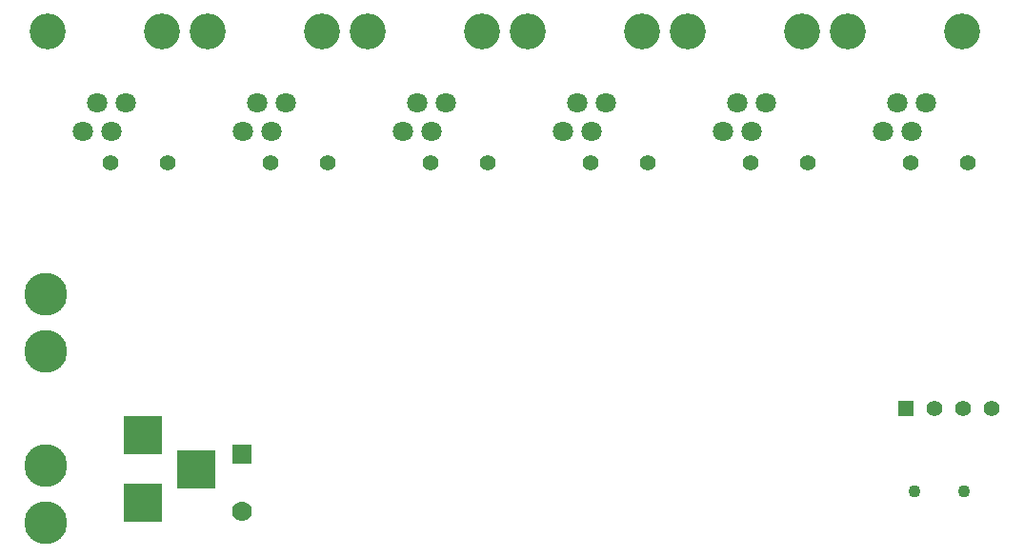
<source format=gbs>
G04 #@! TF.FileFunction,Soldermask,Bot*
%FSLAX46Y46*%
G04 Gerber Fmt 4.6, Leading zero omitted, Abs format (unit mm)*
G04 Created by KiCad (PCBNEW 4.0.2+dfsg1-stable) date Sun 12 Jun 2016 04:00:05 PM EDT*
%MOMM*%
G01*
G04 APERTURE LIST*
%ADD10C,0.150000*%
%ADD11C,1.100000*%
%ADD12R,1.778000X1.778000*%
%ADD13C,1.778000*%
%ADD14C,3.200000*%
%ADD15C,1.800000*%
%ADD16C,3.810000*%
%ADD17C,1.397000*%
%ADD18R,1.397000X1.397000*%
%ADD19R,3.500120X3.500120*%
G04 APERTURE END LIST*
D10*
D11*
X106131360Y-69380100D03*
X110530640Y-69380100D03*
D12*
X46355000Y-66040000D03*
D13*
X46355000Y-71120000D03*
D14*
X39243000Y-28448000D03*
X29083000Y-28448000D03*
D15*
X36068000Y-34798000D03*
X34798000Y-37338000D03*
X33528000Y-34798000D03*
X32258000Y-37338000D03*
D16*
X28956000Y-72136000D03*
X28956000Y-67056000D03*
X28956000Y-56896000D03*
X28956000Y-51816000D03*
D14*
X53467000Y-28448000D03*
X43307000Y-28448000D03*
D15*
X50292000Y-34798000D03*
X49022000Y-37338000D03*
X47752000Y-34798000D03*
X46482000Y-37338000D03*
D14*
X67691000Y-28448000D03*
X57531000Y-28448000D03*
D15*
X64516000Y-34798000D03*
X63246000Y-37338000D03*
X61976000Y-34798000D03*
X60706000Y-37338000D03*
D14*
X81915000Y-28448000D03*
X71755000Y-28448000D03*
D15*
X78740000Y-34798000D03*
X77470000Y-37338000D03*
X76200000Y-34798000D03*
X74930000Y-37338000D03*
D14*
X96139000Y-28448000D03*
X85979000Y-28448000D03*
D15*
X92964000Y-34798000D03*
X91694000Y-37338000D03*
X90424000Y-34798000D03*
X89154000Y-37338000D03*
D14*
X110363000Y-28448000D03*
X100203000Y-28448000D03*
D15*
X107188000Y-34798000D03*
X105918000Y-37338000D03*
X104648000Y-34798000D03*
X103378000Y-37338000D03*
D17*
X39751000Y-40132000D03*
X34671000Y-40132000D03*
X53975000Y-40132000D03*
X48895000Y-40132000D03*
X68199000Y-40132000D03*
X63119000Y-40132000D03*
X82423000Y-40132000D03*
X77343000Y-40132000D03*
X96647000Y-40132000D03*
X91567000Y-40132000D03*
X110871000Y-40132000D03*
X105791000Y-40132000D03*
D18*
X105410000Y-61976000D03*
D17*
X107950000Y-61976000D03*
X110490000Y-61976000D03*
X113030000Y-61976000D03*
D19*
X37592000Y-64411860D03*
X37592000Y-70411340D03*
X42291000Y-67411600D03*
M02*

</source>
